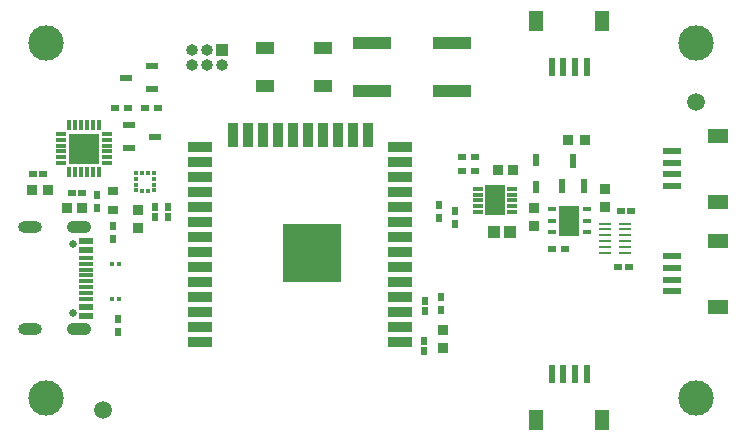
<source format=gbr>
G04 #@! TF.GenerationSoftware,KiCad,Pcbnew,(5.1.5)-3*
G04 #@! TF.CreationDate,2020-05-02T15:44:16-04:00*
G04 #@! TF.ProjectId,amp,616d702e-6b69-4636-9164-5f7063625858,0.6.0*
G04 #@! TF.SameCoordinates,Original*
G04 #@! TF.FileFunction,Soldermask,Top*
G04 #@! TF.FilePolarity,Negative*
%FSLAX46Y46*%
G04 Gerber Fmt 4.6, Leading zero omitted, Abs format (unit mm)*
G04 Created by KiCad (PCBNEW (5.1.5)-3) date 2020-05-02 15:44:16*
%MOMM*%
%LPD*%
G04 APERTURE LIST*
%ADD10R,0.600000X0.750000*%
%ADD11R,0.800000X0.400000*%
%ADD12R,1.750000X2.500000*%
%ADD13R,0.850000X0.300000*%
%ADD14R,1.700000X2.600000*%
%ADD15R,1.000000X0.250000*%
%ADD16R,5.000000X5.000000*%
%ADD17R,2.000000X0.900000*%
%ADD18R,0.900000X2.000000*%
%ADD19R,0.650000X0.620000*%
%ADD20R,0.508000X0.660400*%
%ADD21O,2.000000X1.000000*%
%ADD22O,2.100000X1.050000*%
%ADD23C,0.650000*%
%ADD24R,1.150000X0.600000*%
%ADD25R,1.150000X0.300000*%
%ADD26R,1.550000X0.600000*%
%ADD27R,1.800000X1.200000*%
%ADD28R,0.600000X1.550000*%
%ADD29R,1.200000X1.800000*%
%ADD30R,0.600000X0.700000*%
%ADD31R,0.950000X0.800000*%
%ADD32R,0.375000X0.350000*%
%ADD33R,0.350000X0.375000*%
%ADD34R,0.810000X0.940000*%
%ADD35O,1.000000X1.000000*%
%ADD36R,1.000000X1.000000*%
%ADD37C,1.500000*%
%ADD38R,0.380000X0.400000*%
%ADD39R,3.200000X1.000000*%
%ADD40R,0.500000X1.050000*%
%ADD41R,2.550000X2.550000*%
%ADD42R,0.300000X0.850000*%
%ADD43R,1.050000X0.600000*%
%ADD44R,0.600000X1.300000*%
%ADD45R,0.700000X0.600000*%
%ADD46R,1.100000X1.000000*%
%ADD47R,0.620000X0.650000*%
%ADD48R,0.660400X0.508000*%
%ADD49R,1.500000X1.000000*%
%ADD50C,3.000000*%
%ADD51R,0.970000X0.960000*%
%ADD52R,0.960000X0.970000*%
G04 APERTURE END LIST*
D10*
X92650000Y-49200000D03*
X92650000Y-50300000D03*
X91250000Y-48650000D03*
X91250000Y-49750000D03*
D11*
X100800000Y-49050000D03*
X100800000Y-50000000D03*
X100800000Y-50950000D03*
X103800000Y-50950000D03*
X103800000Y-50000000D03*
X103800000Y-49050000D03*
D12*
X102300000Y-50000000D03*
D13*
X94550000Y-47300000D03*
X94550000Y-47800000D03*
X94550000Y-48300000D03*
X94550000Y-48800000D03*
X94550000Y-49300000D03*
X97450000Y-49300000D03*
X97450000Y-48800000D03*
X97450000Y-48300000D03*
X97450000Y-47800000D03*
X97450000Y-47300000D03*
D14*
X96000000Y-48300000D03*
D15*
X107050000Y-52750000D03*
X107050000Y-52250000D03*
X107050000Y-51750000D03*
X107050000Y-51250000D03*
X107050000Y-50750000D03*
X107050000Y-50250000D03*
X105350000Y-50250000D03*
X105350000Y-50750000D03*
X105350000Y-51250000D03*
X105350000Y-51750000D03*
X105350000Y-52250000D03*
X105350000Y-52750000D03*
D16*
X80500000Y-52755000D03*
D17*
X88000000Y-60255000D03*
X88000000Y-58985000D03*
X88000000Y-57715000D03*
X88000000Y-56445000D03*
X88000000Y-55175000D03*
X88000000Y-53905000D03*
X88000000Y-52635000D03*
X88000000Y-51365000D03*
X88000000Y-50095000D03*
X88000000Y-48825000D03*
X88000000Y-47555000D03*
X88000000Y-46285000D03*
X88000000Y-45015000D03*
X88000000Y-43745000D03*
D18*
X85215000Y-42745000D03*
X83945000Y-42745000D03*
X82675000Y-42745000D03*
X81405000Y-42745000D03*
X80135000Y-42745000D03*
X78865000Y-42745000D03*
X77595000Y-42745000D03*
X76325000Y-42745000D03*
X75055000Y-42745000D03*
X73785000Y-42745000D03*
D17*
X71000000Y-43745000D03*
X71000000Y-45015000D03*
X71000000Y-46285000D03*
X71000000Y-47555000D03*
X71000000Y-48825000D03*
X71000000Y-50095000D03*
X71000000Y-51365000D03*
X71000000Y-52635000D03*
X71000000Y-53905000D03*
X71000000Y-55175000D03*
X71000000Y-56445000D03*
X71000000Y-57715000D03*
X71000000Y-58985000D03*
X71000000Y-60255000D03*
D19*
X107340000Y-53900000D03*
X106460000Y-53900000D03*
D20*
X91400000Y-57558800D03*
X91400000Y-56441200D03*
D21*
X56600000Y-50580000D03*
X56600000Y-59220000D03*
D22*
X60780000Y-50580000D03*
X60780000Y-59220000D03*
D23*
X60280000Y-57790000D03*
X60280000Y-52010000D03*
D24*
X61355000Y-51700000D03*
X61355000Y-58100000D03*
X61355000Y-52500000D03*
X61355000Y-57300000D03*
D25*
X61355000Y-55150000D03*
X61355000Y-54650000D03*
X61355000Y-55650000D03*
X61355000Y-56150000D03*
X61355000Y-56650000D03*
X61355000Y-54150000D03*
X61355000Y-53650000D03*
X61355000Y-53150000D03*
D26*
X111000000Y-44100000D03*
X111000000Y-45100000D03*
X111000000Y-46100000D03*
X111000000Y-47100000D03*
D27*
X114875000Y-48400000D03*
X114875000Y-42800000D03*
D26*
X111000000Y-53000000D03*
X111000000Y-54000000D03*
X111000000Y-55000000D03*
X111000000Y-56000000D03*
D27*
X114875000Y-57300000D03*
X114875000Y-51700000D03*
D28*
X100800000Y-37000000D03*
X101800000Y-37000000D03*
X102800000Y-37000000D03*
X103800000Y-37000000D03*
D29*
X105100000Y-33125000D03*
X99500000Y-33125000D03*
D28*
X103800000Y-63000000D03*
X102800000Y-63000000D03*
X101800000Y-63000000D03*
X100800000Y-63000000D03*
D29*
X99500000Y-66875000D03*
X105100000Y-66875000D03*
D30*
X64100000Y-58300000D03*
X64100000Y-59400000D03*
D31*
X63700000Y-49100000D03*
X63700000Y-47500000D03*
D32*
X67162500Y-46950000D03*
X67162500Y-46450000D03*
X65637500Y-46950000D03*
X65637500Y-46450000D03*
X67162500Y-45950000D03*
X65637500Y-45950000D03*
X67162500Y-47450000D03*
X65637500Y-47450000D03*
D33*
X66650000Y-45937500D03*
X66150000Y-45937500D03*
X66150000Y-47462500D03*
X66650000Y-47462500D03*
D10*
X63700000Y-51550000D03*
X63700000Y-50450000D03*
X62300000Y-47850000D03*
X62300000Y-48950000D03*
D34*
X58170000Y-47400000D03*
X56830000Y-47400000D03*
X61070000Y-48900000D03*
X59730000Y-48900000D03*
D19*
X61040000Y-47700000D03*
X60160000Y-47700000D03*
D35*
X70360000Y-36870000D03*
X70360000Y-35600000D03*
X71630000Y-36870000D03*
X71630000Y-35600000D03*
X72900000Y-36870000D03*
D36*
X72900000Y-35600000D03*
D37*
X113000000Y-40000000D03*
X62800000Y-66000000D03*
D38*
X64162000Y-56600000D03*
X63600000Y-56600000D03*
X63619000Y-53700000D03*
X64181000Y-53700000D03*
D39*
X92400000Y-39000000D03*
X92400000Y-35000000D03*
X85600000Y-35000000D03*
X85600000Y-39000000D03*
D19*
X106660000Y-49200000D03*
X107540000Y-49200000D03*
D34*
X96230000Y-45700000D03*
X97570000Y-45700000D03*
D40*
X99500000Y-47138000D03*
X99500000Y-44862000D03*
D41*
X61200000Y-43900000D03*
D42*
X59950000Y-41950000D03*
X60450000Y-41950000D03*
X60950000Y-41950000D03*
X61450000Y-41950000D03*
X61950000Y-41950000D03*
X62450000Y-41950000D03*
D13*
X63150000Y-42650000D03*
X63150000Y-43150000D03*
X63150000Y-43650000D03*
X63150000Y-44150000D03*
X63150000Y-44650000D03*
X63150000Y-45150000D03*
D42*
X62450000Y-45850000D03*
X61950000Y-45850000D03*
X61450000Y-45850000D03*
X60950000Y-45850000D03*
X60450000Y-45850000D03*
X59950000Y-45850000D03*
D13*
X59250000Y-45150000D03*
X59250000Y-44650000D03*
X59250000Y-44150000D03*
X59250000Y-43650000D03*
X59250000Y-43150000D03*
X59250000Y-42650000D03*
D43*
X67000000Y-38850000D03*
X67000000Y-36950000D03*
X64800000Y-37900000D03*
X65000000Y-41950000D03*
X65000000Y-43850000D03*
X67200000Y-42900000D03*
D44*
X102600000Y-44950000D03*
X103550000Y-47050000D03*
X101650000Y-47050000D03*
D45*
X94350000Y-45800000D03*
X93250000Y-45800000D03*
X94350000Y-44600000D03*
X93250000Y-44600000D03*
D46*
X95950000Y-51000000D03*
X97250000Y-51000000D03*
D47*
X67200000Y-49740000D03*
X67200000Y-48860000D03*
D48*
X100841200Y-52400000D03*
X101958800Y-52400000D03*
D49*
X81450000Y-38600000D03*
X81450000Y-35400000D03*
X76550000Y-38600000D03*
X76550000Y-35400000D03*
D48*
X67458800Y-40500000D03*
X66341200Y-40500000D03*
D50*
X113000000Y-65000000D03*
X113000000Y-35000000D03*
X58000000Y-65000000D03*
X58000000Y-35000000D03*
D19*
X57740000Y-46100000D03*
X56860000Y-46100000D03*
D47*
X68300000Y-48860000D03*
X68300000Y-49740000D03*
D48*
X63841200Y-40500000D03*
X64958800Y-40500000D03*
D51*
X105300000Y-48855000D03*
X105300000Y-47345000D03*
D52*
X103655000Y-43200000D03*
X102145000Y-43200000D03*
D51*
X99300000Y-48945000D03*
X99300000Y-50455000D03*
X65750000Y-49095000D03*
X65750000Y-50605000D03*
D47*
X90000000Y-60160000D03*
X90000000Y-61040000D03*
D51*
X91600000Y-59240000D03*
X91600000Y-60750000D03*
D47*
X90060000Y-56820000D03*
X90060000Y-57700000D03*
M02*

</source>
